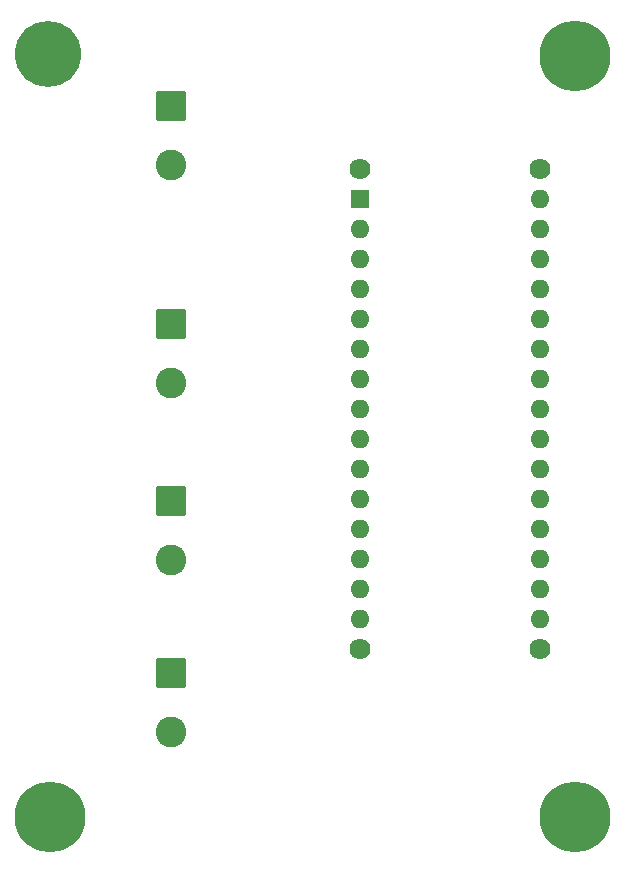
<source format=gts>
%TF.GenerationSoftware,KiCad,Pcbnew,9.0.0*%
%TF.CreationDate,2025-04-01T16:17:38+02:00*%
%TF.ProjectId,three_camera_trigger_arduino,74687265-655f-4636-916d-6572615f7472,rev?*%
%TF.SameCoordinates,Original*%
%TF.FileFunction,Soldermask,Top*%
%TF.FilePolarity,Negative*%
%FSLAX46Y46*%
G04 Gerber Fmt 4.6, Leading zero omitted, Abs format (unit mm)*
G04 Created by KiCad (PCBNEW 9.0.0) date 2025-04-01 16:17:38*
%MOMM*%
%LPD*%
G01*
G04 APERTURE LIST*
G04 Aperture macros list*
%AMRoundRect*
0 Rectangle with rounded corners*
0 $1 Rounding radius*
0 $2 $3 $4 $5 $6 $7 $8 $9 X,Y pos of 4 corners*
0 Add a 4 corners polygon primitive as box body*
4,1,4,$2,$3,$4,$5,$6,$7,$8,$9,$2,$3,0*
0 Add four circle primitives for the rounded corners*
1,1,$1+$1,$2,$3*
1,1,$1+$1,$4,$5*
1,1,$1+$1,$6,$7*
1,1,$1+$1,$8,$9*
0 Add four rect primitives between the rounded corners*
20,1,$1+$1,$2,$3,$4,$5,0*
20,1,$1+$1,$4,$5,$6,$7,0*
20,1,$1+$1,$6,$7,$8,$9,0*
20,1,$1+$1,$8,$9,$2,$3,0*%
G04 Aperture macros list end*
%ADD10C,3.400000*%
%ADD11C,6.000000*%
%ADD12C,3.600000*%
%ADD13C,5.600000*%
%ADD14C,2.600000*%
%ADD15RoundRect,0.250000X-1.050000X1.050000X-1.050000X-1.050000X1.050000X-1.050000X1.050000X1.050000X0*%
%ADD16C,1.780000*%
%ADD17R,1.600000X1.600000*%
%ADD18O,1.600000X1.600000*%
G04 APERTURE END LIST*
D10*
%TO.C,REF\u002A\u002A*%
X126700000Y-75300000D03*
D11*
X126700000Y-75300000D03*
%TD*%
D10*
%TO.C,REF\u002A\u002A*%
X126700000Y-139700000D03*
D11*
X126700000Y-139700000D03*
%TD*%
D10*
%TO.C,REF\u002A\u002A*%
X82300000Y-139700000D03*
D11*
X82300000Y-139700000D03*
%TD*%
D12*
%TO.C,REF\u002A\u002A*%
X82100000Y-75100000D03*
D13*
X82100000Y-75100000D03*
%TD*%
D14*
%TO.C,J4*%
X92500000Y-132500000D03*
D15*
X92500000Y-127500000D03*
%TD*%
D14*
%TO.C,J3*%
X92500000Y-118000000D03*
D15*
X92500000Y-113000000D03*
%TD*%
%TO.C,J2*%
X92500000Y-98000000D03*
D14*
X92500000Y-103000000D03*
%TD*%
D15*
%TO.C,J1*%
X92500000Y-79500000D03*
D14*
X92500000Y-84500000D03*
%TD*%
D16*
%TO.C,A1*%
X108500000Y-84880000D03*
X108500000Y-125520000D03*
X123740000Y-84880000D03*
X123740000Y-125520000D03*
D17*
X108500000Y-87420000D03*
D18*
X108500000Y-89960000D03*
X108500000Y-92500000D03*
X108500000Y-95040000D03*
X108500000Y-97580000D03*
X108500000Y-100120000D03*
X108500000Y-102660000D03*
X108500000Y-105200000D03*
X108500000Y-107740000D03*
X108500000Y-110280000D03*
X108500000Y-112820000D03*
X108500000Y-115360000D03*
X108500000Y-117900000D03*
X108500000Y-120440000D03*
X108500000Y-122980000D03*
X123740000Y-122980000D03*
X123740000Y-120440000D03*
X123740000Y-117900000D03*
X123740000Y-115360000D03*
X123740000Y-112820000D03*
X123740000Y-110280000D03*
X123740000Y-107740000D03*
X123740000Y-105200000D03*
X123740000Y-102660000D03*
X123740000Y-100120000D03*
X123740000Y-97580000D03*
X123740000Y-95040000D03*
X123740000Y-92500000D03*
X123740000Y-89960000D03*
X123740000Y-87420000D03*
%TD*%
M02*

</source>
